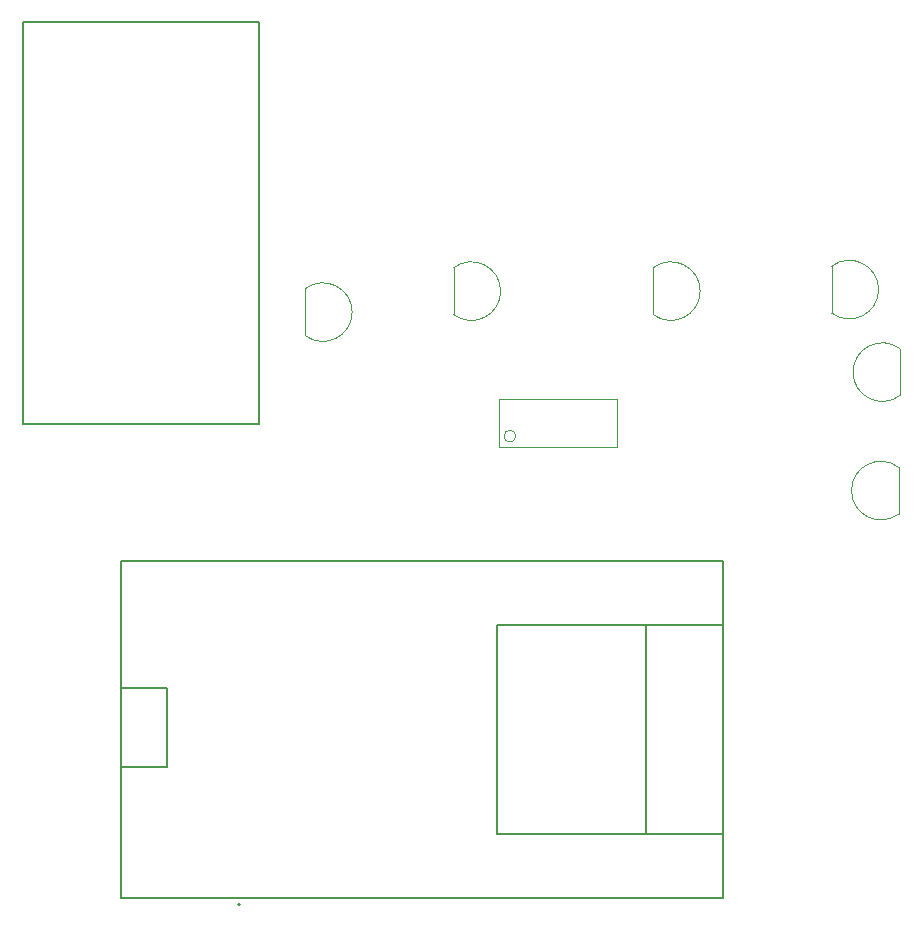
<source format=gbr>
G04*
G04 #@! TF.GenerationSoftware,Altium Limited,Altium Designer,24.3.1 (35)*
G04*
G04 Layer_Color=16711935*
%FSLAX25Y25*%
%MOIN*%
G70*
G04*
G04 #@! TF.SameCoordinates,1CC19C7B-97DE-4EE6-9EAD-702A75026B31*
G04*
G04*
G04 #@! TF.FilePolarity,Positive*
G04*
G01*
G75*
%ADD10C,0.00787*%
%ADD13C,0.00500*%
%ADD53C,0.00394*%
D10*
X75894Y27535D02*
G03*
X75894Y27535I-394J0D01*
G01*
D13*
X36287Y73358D02*
X51602D01*
Y99780D01*
X36287D02*
X51602D01*
X211327Y50921D02*
Y120567D01*
X236878D01*
X161602D02*
X211327D01*
X161602Y50921D02*
Y120567D01*
Y50921D02*
X211327D01*
X236878D01*
Y120567D02*
Y142024D01*
Y50921D02*
Y120567D01*
Y29780D02*
Y50921D01*
X36287Y142024D02*
X236878D01*
X36287Y29780D02*
X236878D01*
X36287Y99780D02*
Y142024D01*
Y73358D02*
Y99780D01*
Y29780D02*
Y73358D01*
X3472Y321555D02*
X82213D01*
Y187697D02*
Y321555D01*
X3472Y187697D02*
X82213D01*
X3472D02*
Y321555D01*
D53*
X295406Y173295D02*
G03*
X295406Y157705I-5906J-7795D01*
G01*
X167827Y183669D02*
G03*
X167827Y183669I-1969J0D01*
G01*
X97594Y217205D02*
G03*
X97594Y232795I5906J7795D01*
G01*
X147095Y224205D02*
G03*
X147095Y239795I5906J7795D01*
G01*
X213595Y224205D02*
G03*
X213595Y239795I5906J7795D01*
G01*
X273095Y224705D02*
G03*
X273095Y240295I5906J7795D01*
G01*
X295905Y212795D02*
G03*
X295905Y197205I-5906J-7795D01*
G01*
X295406Y157705D02*
Y173295D01*
X201685Y180126D02*
Y195874D01*
X162315Y180126D02*
Y195874D01*
X201685D01*
X162315Y180126D02*
X201685D01*
X97594Y217205D02*
Y232795D01*
X147094Y224205D02*
Y239795D01*
X213594Y224205D02*
Y239795D01*
X273094Y224705D02*
Y240295D01*
X295906Y197205D02*
Y212795D01*
M02*

</source>
